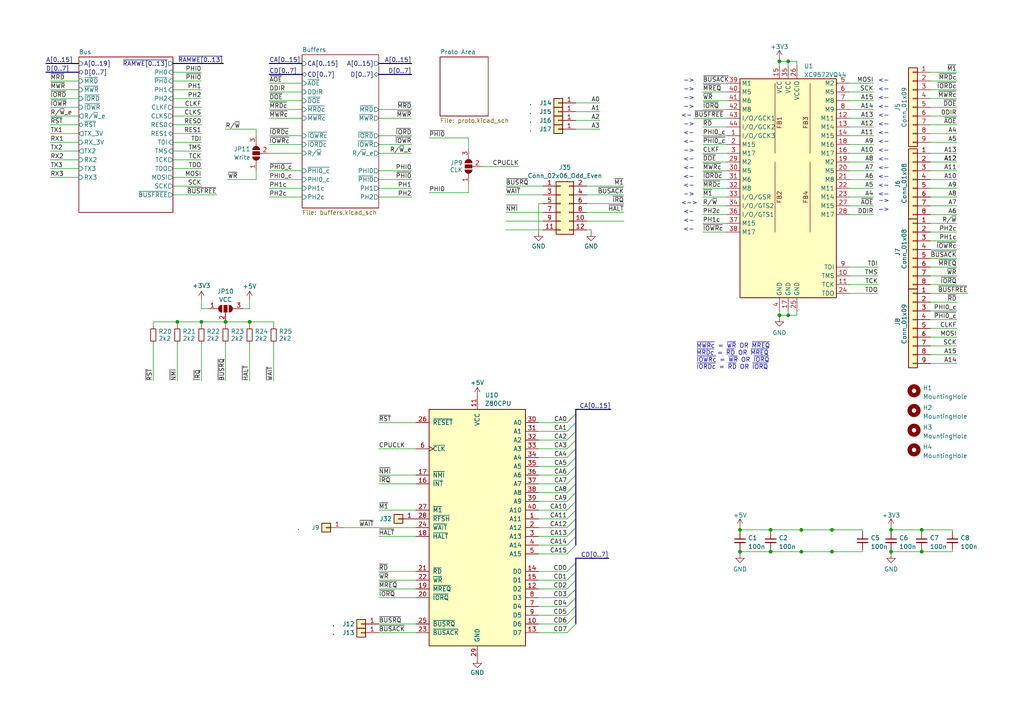
<source format=kicad_sch>
(kicad_sch (version 20230121) (generator eeschema)
  (paper "A4")
  (title_block (title "Unicomp v2 - 6502 6802 Board") (date "2023-06-29") (rev "v2") (company "100% Offner") (comment 1 "v2: Initial"))
  (junction (at 232.41 160.02))
  (junction (at 258.445 153.67))
  (junction (at 72.39 93.345))
  (junction (at 226.06 17.78))
  (junction (at 223.52 153.67))
  (junction (at 241.3 160.02))
  (junction (at 241.3 153.67))
  (junction (at 214.63 153.67))
  (junction (at 65.405 93.345))
  (junction (at 58.42 93.345))
  (junction (at 267.335 153.67))
  (junction (at 223.52 160.02))
  (junction (at 228.6 91.44))
  (junction (at 232.41 153.67))
  (junction (at 214.63 160.02))
  (junction (at 258.445 160.02))
  (junction (at 51.435 93.345))
  (junction (at 226.06 91.44))
  (junction (at 228.6 17.78))
  (junction (at 267.335 160.02))
  (bus_entry (at 167.005 122.555) (size -2.54 2.54))
  (bus_entry (at 167.005 150.495) (size -2.54 2.54))
  (bus_entry (at 167.005 170.815) (size -2.54 2.54))
  (bus_entry (at 167.005 130.175) (size -2.54 2.54))
  (bus_entry (at 167.005 165.735) (size -2.54 2.54))
  (bus_entry (at 167.005 145.415) (size -2.54 2.54))
  (bus_entry (at 167.005 163.195) (size -2.54 2.54))
  (bus_entry (at 167.005 155.575) (size -2.54 2.54))
  (bus_entry (at 167.005 127.635) (size -2.54 2.54))
  (bus_entry (at 167.005 153.035) (size -2.54 2.54))
  (bus_entry (at 167.005 180.975) (size -2.54 2.54))
  (bus_entry (at 167.005 142.875) (size -2.54 2.54))
  (bus_entry (at 167.005 120.015) (size -2.54 2.54))
  (bus_entry (at 167.005 137.795) (size -2.54 2.54))
  (bus_entry (at 167.005 173.355) (size -2.54 2.54))
  (bus_entry (at 167.005 178.435) (size -2.54 2.54))
  (bus_entry (at 167.005 125.095) (size -2.54 2.54))
  (bus_entry (at 167.005 132.715) (size -2.54 2.54))
  (bus_entry (at 167.005 175.895) (size -2.54 2.54))
  (bus_entry (at 167.005 147.955) (size -2.54 2.54))
  (bus_entry (at 167.005 140.335) (size -2.54 2.54))
  (bus_entry (at 167.005 135.255) (size -2.54 2.54))
  (bus_entry (at 167.005 168.275) (size -2.54 2.54))
  (bus_entry (at 167.005 158.115) (size -2.54 2.54))
  (bus (pts (xy 167.005 170.815) (xy 167.005 173.355)))
  (wire (pts (xy 269.875 41.275) (xy 277.495 41.275)))
  (wire (pts (xy 241.3 159.385) (xy 241.3 160.02)))
  (wire (pts (xy 250.19 159.385) (xy 250.19 160.02)))
  (wire (pts (xy 58.42 86.995) (xy 58.42 89.535)))
  (wire (pts (xy 203.835 24.13) (xy 210.82 24.13)))
  (wire (pts (xy 223.52 153.67) (xy 223.52 154.305)))
  (wire (pts (xy 14.605 31.115) (xy 22.86 31.115)))
  (wire (pts (xy 269.875 69.85) (xy 277.495 69.85)))
  (wire (pts (xy 109.855 140.335) (xy 120.65 140.335)))
  (bus (pts (xy 167.005 158.115) (xy 167.005 155.575)))
  (wire (pts (xy 246.38 26.67) (xy 253.365 26.67)))
  (wire (pts (xy 156.21 170.815) (xy 164.465 170.815)))
  (wire (pts (xy 50.165 43.815) (xy 58.42 43.815)))
  (wire (pts (xy 156.21 183.515) (xy 164.465 183.515)))
  (wire (pts (xy 58.42 93.345) (xy 65.405 93.345)))
  (bus (pts (xy 50.165 18.415) (xy 64.77 18.415)))
  (wire (pts (xy 109.855 122.555) (xy 120.65 122.555)))
  (wire (pts (xy 269.875 54.61) (xy 277.495 54.61)))
  (wire (pts (xy 269.875 49.53) (xy 277.495 49.53)))
  (wire (pts (xy 170.18 59.055) (xy 180.975 59.055)))
  (bus (pts (xy 109.855 21.59) (xy 119.38 21.59)))
  (wire (pts (xy 72.39 110.49) (xy 72.39 99.695)))
  (bus (pts (xy 167.005 135.255) (xy 167.005 132.715)))
  (bus (pts (xy 167.005 175.895) (xy 167.005 178.435)))
  (wire (pts (xy 109.855 34.29) (xy 119.38 34.29)))
  (wire (pts (xy 78.105 29.21) (xy 87.63 29.21)))
  (wire (pts (xy 171.45 67.31) (xy 171.45 66.675)))
  (wire (pts (xy 269.875 26.035) (xy 277.495 26.035)))
  (wire (pts (xy 201.295 34.29) (xy 210.82 34.29)))
  (wire (pts (xy 87.63 57.15) (xy 78.105 57.15)))
  (wire (pts (xy 269.875 38.735) (xy 277.495 38.735)))
  (wire (pts (xy 156.21 175.895) (xy 164.465 175.895)))
  (wire (pts (xy 58.42 89.535) (xy 60.325 89.535)))
  (wire (pts (xy 50.165 36.195) (xy 58.42 36.195)))
  (wire (pts (xy 214.63 160.655) (xy 214.63 160.02)))
  (wire (pts (xy 74.295 49.53) (xy 74.295 52.07)))
  (wire (pts (xy 156.21 155.575) (xy 164.465 155.575)))
  (bus (pts (xy 167.005 163.195) (xy 167.005 165.735)))
  (wire (pts (xy 203.835 39.37) (xy 210.82 39.37)))
  (wire (pts (xy 214.63 160.02) (xy 223.52 160.02)))
  (wire (pts (xy 269.875 74.93) (xy 277.495 74.93)))
  (wire (pts (xy 203.835 26.67) (xy 210.82 26.67)))
  (wire (pts (xy 156.21 158.115) (xy 164.465 158.115)))
  (wire (pts (xy 78.105 24.13) (xy 87.63 24.13)))
  (bus (pts (xy 167.005 127.635) (xy 167.005 125.095)))
  (wire (pts (xy 109.855 52.07) (xy 119.38 52.07)))
  (wire (pts (xy 50.165 20.955) (xy 58.42 20.955)))
  (wire (pts (xy 267.335 160.02) (xy 276.225 160.02)))
  (bus (pts (xy 167.005 137.795) (xy 167.005 135.255)))
  (wire (pts (xy 226.06 17.78) (xy 226.06 19.05)))
  (bus (pts (xy 109.855 18.415) (xy 119.38 18.415)))
  (wire (pts (xy 50.165 28.575) (xy 58.42 28.575)))
  (wire (pts (xy 146.685 64.135) (xy 157.48 64.135)))
  (wire (pts (xy 78.105 44.45) (xy 87.63 44.45)))
  (wire (pts (xy 156.21 122.555) (xy 164.465 122.555)))
  (wire (pts (xy 109.855 31.75) (xy 119.38 31.75)))
  (wire (pts (xy 250.19 153.67) (xy 250.19 154.305)))
  (wire (pts (xy 156.21 180.975) (xy 164.465 180.975)))
  (wire (pts (xy 232.41 160.02) (xy 241.3 160.02)))
  (wire (pts (xy 167.005 29.845) (xy 173.99 29.845)))
  (wire (pts (xy 44.45 94.615) (xy 44.45 93.345)))
  (wire (pts (xy 109.855 165.735) (xy 120.65 165.735)))
  (wire (pts (xy 228.6 17.78) (xy 228.6 19.05)))
  (wire (pts (xy 170.18 61.595) (xy 180.975 61.595)))
  (wire (pts (xy 203.835 36.83) (xy 210.82 36.83)))
  (wire (pts (xy 258.445 153.67) (xy 267.335 153.67)))
  (wire (pts (xy 78.105 49.53) (xy 87.63 49.53)))
  (wire (pts (xy 269.875 52.07) (xy 277.495 52.07)))
  (wire (pts (xy 14.605 46.355) (xy 22.86 46.355)))
  (wire (pts (xy 78.105 39.37) (xy 87.63 39.37)))
  (wire (pts (xy 269.875 102.87) (xy 277.495 102.87)))
  (bus (pts (xy 167.005 118.745) (xy 177.165 118.745)))
  (wire (pts (xy 269.875 57.15) (xy 277.495 57.15)))
  (wire (pts (xy 203.835 54.61) (xy 210.82 54.61)))
  (wire (pts (xy 246.38 59.69) (xy 253.365 59.69)))
  (wire (pts (xy 226.06 17.145) (xy 226.06 17.78)))
  (wire (pts (xy 50.165 51.435) (xy 58.42 51.435)))
  (wire (pts (xy 135.89 53.34) (xy 135.89 55.88)))
  (wire (pts (xy 258.445 153.035) (xy 258.445 153.67)))
  (bus (pts (xy 167.005 130.175) (xy 167.005 127.635)))
  (wire (pts (xy 167.005 37.465) (xy 173.99 37.465)))
  (wire (pts (xy 70.485 89.535) (xy 72.39 89.535)))
  (wire (pts (xy 246.38 24.13) (xy 253.365 24.13)))
  (wire (pts (xy 156.21 168.275) (xy 164.465 168.275)))
  (wire (pts (xy 269.875 62.23) (xy 277.495 62.23)))
  (wire (pts (xy 203.835 59.69) (xy 210.82 59.69)))
  (wire (pts (xy 269.875 82.55) (xy 277.495 82.55)))
  (wire (pts (xy 258.445 153.67) (xy 258.445 154.305)))
  (bus (pts (xy 167.005 142.875) (xy 167.005 140.335)))
  (wire (pts (xy 203.835 52.07) (xy 210.82 52.07)))
  (wire (pts (xy 14.605 41.275) (xy 22.86 41.275)))
  (wire (pts (xy 226.06 17.78) (xy 228.6 17.78)))
  (wire (pts (xy 267.335 159.385) (xy 267.335 160.02)))
  (wire (pts (xy 79.375 110.49) (xy 79.375 99.695)))
  (wire (pts (xy 232.41 153.67) (xy 232.41 154.305)))
  (wire (pts (xy 78.105 34.29) (xy 87.63 34.29)))
  (wire (pts (xy 156.21 130.175) (xy 164.465 130.175)))
  (wire (pts (xy 14.605 51.435) (xy 22.86 51.435)))
  (wire (pts (xy 269.875 20.955) (xy 277.495 20.955)))
  (wire (pts (xy 203.835 57.15) (xy 210.82 57.15)))
  (wire (pts (xy 66.04 52.07) (xy 74.295 52.07)))
  (wire (pts (xy 269.875 77.47) (xy 277.495 77.47)))
  (wire (pts (xy 214.63 153.035) (xy 214.63 153.67)))
  (wire (pts (xy 232.41 153.67) (xy 241.3 153.67)))
  (wire (pts (xy 58.42 93.345) (xy 51.435 93.345)))
  (wire (pts (xy 51.435 93.345) (xy 51.435 94.615)))
  (wire (pts (xy 156.21 178.435) (xy 164.465 178.435)))
  (bus (pts (xy 167.005 153.035) (xy 167.005 150.495)))
  (wire (pts (xy 246.38 34.29) (xy 253.365 34.29)))
  (wire (pts (xy 231.14 91.44) (xy 231.14 90.17)))
  (wire (pts (xy 246.38 39.37) (xy 253.365 39.37)))
  (wire (pts (xy 223.52 153.67) (xy 232.41 153.67)))
  (wire (pts (xy 269.875 28.575) (xy 277.495 28.575)))
  (wire (pts (xy 14.605 33.655) (xy 22.86 33.655)))
  (wire (pts (xy 156.21 127.635) (xy 164.465 127.635)))
  (wire (pts (xy 58.42 94.615) (xy 58.42 93.345)))
  (wire (pts (xy 109.855 137.795) (xy 120.65 137.795)))
  (bus (pts (xy 167.005 122.555) (xy 167.005 120.015)))
  (wire (pts (xy 72.39 86.995) (xy 72.39 89.535)))
  (wire (pts (xy 50.165 26.035) (xy 58.42 26.035)))
  (wire (pts (xy 228.6 91.44) (xy 231.14 91.44)))
  (wire (pts (xy 99.695 153.035) (xy 120.65 153.035)))
  (bus (pts (xy 22.86 18.415) (xy 13.335 18.415)))
  (wire (pts (xy 269.875 33.655) (xy 277.495 33.655)))
  (wire (pts (xy 228.6 17.78) (xy 231.14 17.78)))
  (wire (pts (xy 269.875 87.63) (xy 277.495 87.63)))
  (bus (pts (xy 176.53 161.925) (xy 167.005 161.925)))
  (wire (pts (xy 246.38 77.47) (xy 254.635 77.47)))
  (wire (pts (xy 109.855 41.91) (xy 119.38 41.91)))
  (wire (pts (xy 246.38 62.23) (xy 253.365 62.23)))
  (wire (pts (xy 232.41 159.385) (xy 232.41 160.02)))
  (wire (pts (xy 156.21 132.715) (xy 164.465 132.715)))
  (wire (pts (xy 228.6 91.44) (xy 228.6 90.17)))
  (wire (pts (xy 50.165 48.895) (xy 58.42 48.895)))
  (wire (pts (xy 170.18 56.515) (xy 180.975 56.515)))
  (wire (pts (xy 44.45 93.345) (xy 51.435 93.345)))
  (wire (pts (xy 156.21 165.735) (xy 164.465 165.735)))
  (wire (pts (xy 146.685 56.515) (xy 157.48 56.515)))
  (wire (pts (xy 50.165 33.655) (xy 58.42 33.655)))
  (wire (pts (xy 246.38 36.83) (xy 253.365 36.83)))
  (wire (pts (xy 156.21 140.335) (xy 164.465 140.335)))
  (wire (pts (xy 72.39 93.345) (xy 72.39 94.615)))
  (wire (pts (xy 156.21 142.875) (xy 164.465 142.875)))
  (wire (pts (xy 269.875 80.01) (xy 277.495 80.01)))
  (wire (pts (xy 269.875 31.115) (xy 277.495 31.115)))
  (wire (pts (xy 203.835 46.99) (xy 210.82 46.99)))
  (wire (pts (xy 78.105 52.07) (xy 87.63 52.07)))
  (wire (pts (xy 156.21 147.955) (xy 164.465 147.955)))
  (wire (pts (xy 14.605 36.195) (xy 22.86 36.195)))
  (bus (pts (xy 167.005 173.355) (xy 167.005 175.895)))
  (bus (pts (xy 87.63 18.415) (xy 78.105 18.415)))
  (wire (pts (xy 146.685 61.595) (xy 157.48 61.595)))
  (wire (pts (xy 241.3 153.67) (xy 241.3 154.305)))
  (wire (pts (xy 50.165 41.275) (xy 58.42 41.275)))
  (wire (pts (xy 269.875 92.71) (xy 277.495 92.71)))
  (wire (pts (xy 226.06 91.44) (xy 228.6 91.44)))
  (bus (pts (xy 167.005 132.715) (xy 167.005 130.175)))
  (wire (pts (xy 65.405 93.345) (xy 72.39 93.345)))
  (wire (pts (xy 269.875 67.31) (xy 277.495 67.31)))
  (wire (pts (xy 109.855 170.815) (xy 120.65 170.815)))
  (wire (pts (xy 269.875 90.17) (xy 277.495 90.17)))
  (wire (pts (xy 226.06 90.17) (xy 226.06 91.44)))
  (wire (pts (xy 269.875 97.79) (xy 277.495 97.79)))
  (wire (pts (xy 156.21 59.055) (xy 157.48 59.055)))
  (wire (pts (xy 79.375 93.345) (xy 72.39 93.345)))
  (bus (pts (xy 167.005 140.335) (xy 167.005 137.795)))
  (wire (pts (xy 223.52 159.385) (xy 223.52 160.02)))
  (bus (pts (xy 167.005 125.095) (xy 167.005 122.555)))
  (wire (pts (xy 203.835 64.77) (xy 210.82 64.77)))
  (wire (pts (xy 50.165 53.975) (xy 58.42 53.975)))
  (wire (pts (xy 203.835 49.53) (xy 210.82 49.53)))
  (wire (pts (xy 58.42 110.49) (xy 58.42 99.695)))
  (wire (pts (xy 124.46 55.88) (xy 135.89 55.88)))
  (wire (pts (xy 203.835 29.21) (xy 210.82 29.21)))
  (bus (pts (xy 167.005 178.435) (xy 167.005 180.975)))
  (wire (pts (xy 14.605 28.575) (xy 22.86 28.575)))
  (wire (pts (xy 246.38 29.21) (xy 253.365 29.21)))
  (wire (pts (xy 124.46 40.005) (xy 135.89 40.005)))
  (wire (pts (xy 78.105 41.91) (xy 87.63 41.91)))
  (wire (pts (xy 246.38 49.53) (xy 253.365 49.53)))
  (wire (pts (xy 50.165 56.515) (xy 62.865 56.515)))
  (bus (pts (xy 167.005 161.925) (xy 167.005 163.195)))
  (bus (pts (xy 167.005 145.415) (xy 167.005 142.875)))
  (wire (pts (xy 246.38 31.75) (xy 253.365 31.75)))
  (wire (pts (xy 156.21 160.655) (xy 164.465 160.655)))
  (wire (pts (xy 203.835 41.91) (xy 210.82 41.91)))
  (wire (pts (xy 156.21 137.795) (xy 164.465 137.795)))
  (wire (pts (xy 223.52 160.02) (xy 232.41 160.02)))
  (wire (pts (xy 50.165 38.735) (xy 58.42 38.735)))
  (wire (pts (xy 246.38 41.91) (xy 253.365 41.91)))
  (wire (pts (xy 44.45 110.49) (xy 44.45 99.695)))
  (wire (pts (xy 14.605 43.815) (xy 22.86 43.815)))
  (wire (pts (xy 269.875 36.195) (xy 277.495 36.195)))
  (wire (pts (xy 231.14 17.78) (xy 231.14 19.05)))
  (wire (pts (xy 51.435 110.49) (xy 51.435 99.695)))
  (wire (pts (xy 203.835 67.31) (xy 210.82 67.31)))
  (wire (pts (xy 146.685 53.975) (xy 157.48 53.975)))
  (wire (pts (xy 14.605 38.735) (xy 22.86 38.735)))
  (wire (pts (xy 156.21 150.495) (xy 164.465 150.495)))
  (wire (pts (xy 214.63 153.67) (xy 214.63 154.305)))
  (wire (pts (xy 109.855 54.61) (xy 119.38 54.61)))
  (wire (pts (xy 109.855 44.45) (xy 119.38 44.45)))
  (wire (pts (xy 276.225 159.385) (xy 276.225 160.02)))
  (wire (pts (xy 109.855 168.275) (xy 120.65 168.275)))
  (wire (pts (xy 14.605 23.495) (xy 22.86 23.495)))
  (wire (pts (xy 203.835 44.45) (xy 210.82 44.45)))
  (wire (pts (xy 65.405 110.49) (xy 65.405 99.695)))
  (wire (pts (xy 14.605 26.035) (xy 22.86 26.035)))
  (wire (pts (xy 109.855 173.355) (xy 120.65 173.355)))
  (wire (pts (xy 65.405 94.615) (xy 65.405 93.345)))
  (wire (pts (xy 74.295 37.465) (xy 74.295 39.37)))
  (bus (pts (xy 87.63 21.59) (xy 78.105 21.59)))
  (wire (pts (xy 109.855 130.175) (xy 120.65 130.175)))
  (wire (pts (xy 226.06 91.44) (xy 226.06 92.075)))
  (bus (pts (xy 167.005 120.015) (xy 167.005 118.745)))
  (wire (pts (xy 65.405 37.465) (xy 74.295 37.465)))
  (wire (pts (xy 203.835 62.23) (xy 210.82 62.23)))
  (wire (pts (xy 269.875 59.69) (xy 277.495 59.69)))
  (wire (pts (xy 167.005 32.385) (xy 173.99 32.385)))
  (wire (pts (xy 78.105 26.67) (xy 87.63 26.67)))
  (wire (pts (xy 258.445 160.02) (xy 267.335 160.02)))
  (bus (pts (xy 167.005 147.955) (xy 167.005 145.415)))
  (bus (pts (xy 167.005 150.495) (xy 167.005 147.955)))
  (wire (pts (xy 203.835 31.75) (xy 210.82 31.75)))
  (wire (pts (xy 156.21 59.055) (xy 156.21 67.31)))
  (wire (pts (xy 269.875 85.09) (xy 280.67 85.09)))
  (wire (pts (xy 246.38 52.07) (xy 253.365 52.07)))
  (wire (pts (xy 269.875 100.33) (xy 277.495 100.33)))
  (wire (pts (xy 246.38 44.45) (xy 253.365 44.45)))
  (wire (pts (xy 267.335 153.67) (xy 267.335 154.305)))
  (wire (pts (xy 269.875 23.495) (xy 277.495 23.495)))
  (wire (pts (xy 246.38 54.61) (xy 253.365 54.61)))
  (wire (pts (xy 246.38 85.09) (xy 254.635 85.09)))
  (wire (pts (xy 139.7 48.26) (xy 150.495 48.26)))
  (wire (pts (xy 109.855 49.53) (xy 119.38 49.53)))
  (wire (pts (xy 109.855 183.515) (xy 120.65 183.515)))
  (wire (pts (xy 269.875 46.99) (xy 277.495 46.99)))
  (wire (pts (xy 269.875 72.39) (xy 277.495 72.39)))
  (wire (pts (xy 50.165 23.495) (xy 58.42 23.495)))
  (wire (pts (xy 269.875 95.25) (xy 277.495 95.25)))
  (wire (pts (xy 156.21 145.415) (xy 164.465 145.415)))
  (wire (pts (xy 156.21 125.095) (xy 164.465 125.095)))
  (bus (pts (xy 22.86 20.955) (xy 13.335 20.955)))
  (wire (pts (xy 109.855 39.37) (xy 119.38 39.37)))
  (wire (pts (xy 241.3 160.02) (xy 250.19 160.02)))
  (wire (pts (xy 157.48 66.675) (xy 146.685 66.675)))
  (wire (pts (xy 246.38 46.99) (xy 253.365 46.99)))
  (wire (pts (xy 269.875 64.77) (xy 277.495 64.77)))
  (wire (pts (xy 167.005 34.925) (xy 173.99 34.925)))
  (wire (pts (xy 87.63 54.61) (xy 78.105 54.61)))
  (wire (pts (xy 50.165 46.355) (xy 58.42 46.355)))
  (wire (pts (xy 170.18 64.135) (xy 180.975 64.135)))
  (wire (pts (xy 50.165 31.115) (xy 58.42 31.115)))
  (wire (pts (xy 109.855 180.975) (xy 120.65 180.975)))
  (wire (pts (xy 180.975 53.975) (xy 170.18 53.975)))
  (wire (pts (xy 171.45 66.675) (xy 170.18 66.675)))
  (wire (pts (xy 214.63 160.02) (xy 214.63 159.385)))
  (wire (pts (xy 258.445 159.385) (xy 258.445 160.02)))
  (wire (pts (xy 258.445 160.02) (xy 258.445 160.655)))
  (wire (pts (xy 135.89 43.18) (xy 135.89 40.005)))
  (wire (pts (xy 276.225 153.67) (xy 276.225 154.305)))
  (wire (pts (xy 214.63 153.67) (xy 223.52 153.67)))
  (wire (pts (xy 267.335 153.67) (xy 276.225 153.67)))
  (bus (pts (xy 167.005 165.735) (xy 167.005 168.275)))
  (bus (pts (xy 167.005 155.575) (xy 167.005 153.035)))
  (wire (pts (xy 246.38 80.01) (xy 254.635 80.01)))
  (wire (pts (xy 246.38 82.55) (xy 254.635 82.55)))
  (wire (pts (xy 14.605 48.895) (xy 22.86 48.895)))
  (wire (pts (xy 269.875 105.41) (xy 277.495 105.41)))
  (wire (pts (xy 109.855 155.575) (xy 120.65 155.575)))
  (wire (pts (xy 269.875 44.45) (xy 277.495 44.45)))
  (wire (pts (xy 156.21 173.355) (xy 164.465 173.355)))
  (wire (pts (xy 241.3 153.67) (xy 250.19 153.67)))
  (wire (pts (xy 246.38 57.15) (xy 253.365 57.15)))
  (wire (pts (xy 156.21 135.255) (xy 164.465 135.255)))
  (wire (pts (xy 109.855 57.15) (xy 119.38 57.15)))
  (wire (pts (xy 79.375 94.615) (xy 79.375 93.345)))
  (wire (pts (xy 78.105 31.75) (xy 87.63 31.75)))
  (bus (pts (xy 167.005 168.275) (xy 167.005 170.815)))
  (wire (pts (xy 156.21 153.035) (xy 164.465 153.035)))
  (wire (pts (xy 109.855 147.955) (xy 120.65 147.955)))
  (text "<-" (at 198.12 46.99 0) (effects (font (size 1.27 1.27)) (justify left bottom)))
  (text "<-" (at 198.12 49.53 0) (effects (font (size 1.27 1.27)) (justify left bottom)))
  (text "->" (at 198.12 29.21 0) (effects (font (size 1.27 1.27)) (justify left bottom)))
  (text "<-" (at 254.635 24.13 0) (effects (font (size 1.27 1.27)) (justify left bottom)))
  (text "<-" (at 254.635 39.37 0) (effects (font (size 1.27 1.27)) (justify left bottom)))
  (text "<-" (at 254.635 54.61 0) (effects (font (size 1.27 1.27)) (justify left bottom)))
  (text "<-" (at 254.635 46.99 0) (effects (font (size 1.27 1.27)) (justify left bottom)))
  (text "<-" (at 254.635 31.75 0) (effects (font (size 1.27 1.27)) (justify left bottom)))
  (text "->" (at 254.635 59.055 0) (effects (font (size 1.27 1.27)) (justify left bottom)))
  (text "->" (at 198.12 44.45 0) (effects (font (size 1.27 1.27)) (justify left bottom)))
  (text "->" (at 254.635 61.595 0) (effects (font (size 1.27 1.27)) (justify left bottom)))
  (text "->" (at 198.12 31.75 0) (effects (font (size 1.27 1.27)) (justify left bottom)))
  (text "->" (at 198.12 36.83 0) (effects (font (size 1.27 1.27)) (justify left bottom)))
  (text "<-" (at 254.635 29.21 0) (effects (font (size 1.27 1.27)) (justify left bottom)))
  (text "<-" (at 198.12 54.61 0) (effects (font (size 1.27 1.27)) (justify left bottom)))
  (text "<-" (at 254.635 52.07 0) (effects (font (size 1.27 1.27)) (justify left bottom)))
  (text "<-" (at 198.12 64.77 0) (effects (font (size 1.27 1.27)) (justify left bottom)))
  (text "<-" (at 254.635 41.91 0) (effects (font (size 1.27 1.27)) (justify left bottom)))
  (text "<-" (at 198.12 41.91 0) (effects (font (size 1.27 1.27)) (justify left bottom)))
  (text "<->\n" (at 197.485 59.69 0) (effects (font (size 1.27 1.27)) (justify left bottom)))
  (text "->" (at 198.12 57.15 0) (effects (font (size 1.27 1.27)) (justify left bottom)))
  (text "<-" (at 198.12 39.37 0) (effects (font (size 1.27 1.27)) (justify left bottom)))
  (text "<-" (at 198.12 62.23 0) (effects (font (size 1.27 1.27)) (justify left bottom)))
  (text "<-" (at 254.635 36.83 0) (effects (font (size 1.27 1.27)) (justify left bottom)))
  (text "<-" (at 254.635 34.29 0) (effects (font (size 1.27 1.27)) (justify left bottom)))
  (text "<-" (at 254.635 57.15 0) (effects (font (size 1.27 1.27)) (justify left bottom)))
  (text "<-" (at 197.485 34.29 0) (effects (font (size 1.27 1.27)) (justify left bottom)))
  (text "<-" (at 254.635 44.45 0) (effects (font (size 1.27 1.27)) (justify left bottom)))
  (text "->" (at 198.12 24.13 0) (effects (font (size 1.27 1.27)) (justify left bottom)))
  (text "<-" (at 198.12 67.31 0) (effects (font (size 1.27 1.27)) (justify left bottom)))
  (text "<-" (at 254.635 49.53 0) (effects (font (size 1.27 1.27)) (justify left bottom)))
  (text "~{MWRc} = ~{WR} OR ~{MREQ}\n~{MRDc} = ~{RD} OR ~{MREQ}\n~{IOWRc} = ~{WR} OR ~{IORQ}\n~{IORDc} = ~{RD} OR ~{IORQ}" (at 201.93 107.315 0) (effects (font (size 1.27 1.27)) (justify left bottom)))
  (text "<-" (at 254.635 26.67 0) (effects (font (size 1.27 1.27)) (justify left bottom)))
  (text "->" (at 198.12 26.67 0) (effects (font (size 1.27 1.27)) (justify left bottom)))
  (text "<-" (at 198.12 52.07 0) (effects (font (size 1.27 1.27)) (justify left bottom)))
  (label "~{BUSRQ}" (at 146.685 53.975 0))
  (label "CD3" (at 164.465 173.355 180))
  (label "CA7" (at 164.465 140.335 180))
  (label "~{IOWR}" (at 14.605 31.115 0))
  (label "~{PHI0}" (at 119.38 52.07 180))
  (label "~{WR}" (at 109.855 168.275 0))
  (label "A9" (at 253.365 41.91 180))
  (label "A5" (at 253.365 54.61 180))
  (label "A14" (at 277.495 105.41 180))
  (label "CPUCLK" (at 150.495 48.26 180))
  (label "~{DOE}" (at 203.835 46.99 0))
  (label "~{IOWRc}" (at 277.495 72.39 180))
  (label "CA14" (at 164.465 158.115 180))
  (label "~{IORQ}" (at 109.855 173.355 0))
  (label "CA11" (at 164.465 150.495 180))
  (label "~{IOWRc}" (at 203.835 67.31 0))
  (label "~{M1}" (at 277.495 20.955 180))
  (label "PH1c" (at 277.495 69.85 180))
  (label "~{BUSACK}" (at 203.835 24.13 0))
  (label "PH2" (at 58.42 28.575 180))
  (label "PHI0_c" (at 277.495 90.17 180))
  (label "DDIR" (at 253.365 62.23 180))
  (label "TCK" (at 254.635 82.55 180))
  (label "~{M1}" (at 109.855 147.955 0))
  (label "A11" (at 253.365 39.37 180))
  (label "PH1c" (at 203.835 64.77 0))
  (label "~{MWRc}" (at 78.105 34.29 0))
  (label "~{WAIT}" (at 79.375 110.49 90))
  (label "~{MWR}" (at 119.38 34.29 180))
  (label "~{IOWR}" (at 119.38 41.91 180))
  (label "CPUCLK" (at 109.855 130.175 0))
  (label "~{DOE}" (at 277.495 31.115 180))
  (label "~{PHI0_c}" (at 277.495 92.71 180))
  (label "~{WR}" (at 277.495 80.01 180))
  (label "~{MREQ}" (at 203.835 26.67 0))
  (label "TX2" (at 14.605 43.815 0))
  (label "A10" (at 253.365 44.45 180))
  (label "~{BUSACK}" (at 277.495 74.93 180))
  (label "CA5" (at 164.465 135.255 180))
  (label "TX3" (at 14.605 48.895 0))
  (label "~{IORQ}" (at 277.495 82.55 180))
  (label "CLKS" (at 58.42 33.655 180))
  (label "A13" (at 253.365 34.29 180))
  (label "PH2c" (at 78.105 57.15 0))
  (label "~{BUSRQ}" (at 65.405 110.49 90))
  (label "SCK" (at 277.495 100.33 180))
  (label "~{RD}" (at 277.495 87.63 180))
  (label "SCK" (at 58.42 53.975 180))
  (label "~{RST}" (at 44.45 110.49 90))
  (label "TDO" (at 254.635 85.09 180))
  (label "~{MRDc}" (at 78.105 31.75 0))
  (label "CA3" (at 164.465 130.175 180))
  (label "PHI0_c" (at 78.105 52.07 0))
  (label "A5" (at 277.495 41.275 180))
  (label "PHI0" (at 124.46 55.88 0))
  (label "~{MREQ}" (at 109.855 170.815 0))
  (label "~{IRQ}" (at 58.42 110.49 90))
  (label "A12" (at 253.365 36.83 180))
  (label "R{slash}~{W}_e" (at 119.38 44.45 180))
  (label "CA10" (at 164.465 147.955 180))
  (label "CD6" (at 164.465 180.975 180))
  (label "A10" (at 277.495 52.07 180))
  (label "A15" (at 253.365 29.21 180))
  (label "DDIR" (at 78.105 26.67 0))
  (label "~{BUSFREE}" (at 280.67 85.09 180))
  (label "TDI" (at 58.42 41.275 180))
  (label "~{IRQ}" (at 109.855 140.335 0))
  (label "~{RST}" (at 14.605 36.195 0))
  (label "CA4" (at 164.465 132.715 180))
  (label "R{slash}~{W}_e" (at 14.605 33.655 0))
  (label "CLKF" (at 58.42 31.115 180))
  (label "CA15" (at 164.465 160.655 180))
  (label "~{RD}" (at 109.855 165.735 0))
  (label "~{BUSFREE}" (at 62.865 56.515 180))
  (label "CA[0..15]" (at 177.165 118.745 180))
  (label "~{M1}" (at 180.975 53.975 180))
  (label "~{BUSFREE}" (at 201.295 34.29 0))
  (label "SCK" (at 253.365 26.67 180))
  (label "~{IORD}" (at 14.605 28.575 0))
  (label "CA9" (at 164.465 145.415 180))
  (label "A9" (at 277.495 54.61 180))
  (label "~{RAMWE[0..13]}" (at 64.77 18.415 180))
  (label "~{MRD}" (at 119.38 31.75 180))
  (label "~{NMI}" (at 146.685 61.595 0))
  (label "A15" (at 277.495 102.87 180))
  (label "A3" (at 173.99 37.465 180))
  (label "RX3" (at 14.605 51.435 0))
  (label "CD4" (at 164.465 175.895 180))
  (label "RES1" (at 58.42 38.735 180))
  (label "PH2c" (at 277.495 67.31 180))
  (label "CA2" (at 164.465 127.635 180))
  (label "~{WR}" (at 66.04 52.07 0))
  (label "CLKF" (at 203.835 44.45 0))
  (label "TDO" (at 58.42 48.895 180))
  (label "MOSI" (at 58.42 51.435 180))
  (label "~{BUSACK}" (at 109.855 183.515 0))
  (label "PHI0_c" (at 203.835 39.37 0))
  (label "~{IORDc}" (at 78.105 39.37 0))
  (label "CA[0..15]" (at 78.105 18.415 0))
  (label "~{MRDc}" (at 277.495 23.495 180))
  (label "RES0" (at 58.42 36.195 180))
  (label "CA1" (at 164.465 125.095 180))
  (label "CD5" (at 164.465 178.435 180))
  (label "~{WAIT}" (at 146.685 56.515 0))
  (label "PHI0" (at 119.38 49.53 180))
  (label "CD7" (at 164.465 183.515 180))
  (label "~{DOE}" (at 78.105 29.21 0))
  (label "CD[0..7]" (at 78.105 21.59 0))
  (label "PHI0" (at 58.42 20.955 180))
  (label "TMS" (at 58.42 43.815 180))
  (label "MOSI" (at 277.495 97.79 180))
  (label "CA0" (at 164.465 122.555 180))
  (label "D[0..7]" (at 13.335 20.955 0))
  (label "CA8" (at 164.465 142.875 180))
  (label "RX1" (at 14.605 41.275 0))
  (label "A13" (at 277.495 44.45 180))
  (label "PH1" (at 119.38 54.61 180))
  (label "A14" (at 253.365 31.75 180))
  (label "~{MWR}" (at 14.605 26.035 0))
  (label "~{MREQ}" (at 277.495 77.47 180))
  (label "RX2" (at 14.605 46.355 0))
  (label "TDI" (at 254.635 77.47 180))
  (label "CD1" (at 164.465 168.275 180))
  (label "~{BUSRQ}" (at 109.855 180.975 0))
  (label "R{slash}~{W}" (at 277.495 64.77 180))
  (label "DDIR" (at 277.495 33.655 180))
  (label "~{IORD}" (at 119.38 39.37 180))
  (label "CD[0..7]" (at 176.53 161.925 180))
  (label "~{HALT}" (at 180.975 61.595 180))
  (label "TX1" (at 14.605 38.735 0))
  (label "CLKF" (at 277.495 95.25 180))
  (label "A8" (at 253.365 46.99 180))
  (label "A12" (at 277.495 46.99 180))
  (label "~{MRDc}" (at 203.835 54.61 0))
  (label "~{M1}" (at 203.835 57.15 0))
  (label "A8" (at 277.495 57.15 180))
  (label "~{RD}" (at 203.835 36.83 0))
  (label "~{NMI}" (at 51.435 110.49 90))
  (label "~{HALT}" (at 109.855 155.575 0))
  (label "~{BUSACK}" (at 180.975 56.515 180))
  (label "A6" (at 253.365 52.07 180))
  (label "~{NMI}" (at 109.855 137.795 0))
  (label "~{IORQ}" (at 203.835 31.75 0))
  (label "A6" (at 277.495 62.23 180))
  (label "PH1c" (at 78.105 54.61 0))
  (label "R{slash}~{W}" (at 203.835 59.69 0))
  (label "PH2" (at 119.38 57.15 180))
  (label "TMS" (at 254.635 80.01 180))
  (label "~{PHI0_c}" (at 203.835 41.91 0))
  (label "A1" (at 173.99 32.385 180))
  (label "CA12" (at 164.465 153.035 180))
  (label "A[0..15]" (at 13.335 18.415 0))
  (label "CA6" (at 164.465 137.795 180))
  (label "A12" (at 277.495 46.99 180))
  (label "~{AOE}" (at 253.365 59.69 180))
  (label "~{PHI0_c}" (at 78.105 49.53 0))
  (label "~{PHI0}" (at 124.46 40.005 0))
  (label "~{MRD}" (at 14.605 23.495 0))
  (label "~{MWRc}" (at 277.495 28.575 180))
  (label "A2" (at 173.99 34.925 180))
  (label "~{WR}" (at 203.835 29.21 0))
  (label "~{AOE}" (at 277.495 36.195 180))
  (label "~{IORDc}" (at 203.835 52.07 0))
  (label "A4" (at 253.365 57.15 180))
  (label "A4" (at 277.495 38.735 180))
  (label "A11" (at 277.495 49.53 180))
  (label "R{slash}~{W}" (at 65.405 37.465 0))
  (label "~{AOE}" (at 78.105 24.13 0))
  (label "~{WAIT}" (at 104.14 153.035 0))
  (label "~{MWRc}" (at 203.835 49.53 0))
  (label "A7" (at 277.495 59.69 180))
  (label "CA13" (at 164.465 155.575 180))
  (label "CD0" (at 164.465 165.735 180))
  (label "CD2" (at 164.465 170.815 180))
  (label "MOSI" (at 253.365 24.13 180))
  (label "PH2c" (at 203.835 62.23 0))
  (label "A0" (at 173.99 29.845 180))
  (label "D[0..7]" (at 119.38 21.59 180))
  (label "~{IOWRc}" (at 78.105 41.91 0))
  (label "A7" (at 253.365 49.53 180))
  (label "~{IRQ}" (at 180.975 59.055 180))
  (label "~{HALT}" (at 72.39 110.49 90))
  (label "TCK" (at 58.42 46.355 180))
  (label "A[0..15]" (at 119.38 18.415 180))
  (label "~{RST}" (at 109.855 122.555 0))
  (label "PH1" (at 58.42 26.035 180))
  (label "~{IORDc}" (at 277.495 26.035 180))
  (label "~{PHI0}" (at 58.42 23.495 180))
  (symbol (lib_id "Device:C_Small") (at 223.52 156.845 0) (unit 1)
    (property "Reference" "C2" (at 225.8441 156.0166 0) (effects (justify left)))
    (property "Value" "100n" (at 225.8441 158.5535 0) (effects (justify left)))
    (property "Footprint" "Capacitor_SMD:C_1206_3216Metric" (effects hide))
  )
  (symbol (lib_id "Device:R_Small") (at 44.45 97.155 0) (unit 1)
    (property "Reference" "R20" (at 45.9486 96.131 0) (effects (justify left)))
    (property "Value" "2k2" (at 45.9486 98.179 0) (effects (justify left)))
    (property "Footprint" "Resistor_SMD:R_1206_3216Metric_Pad1.30x1.75mm_HandSolder" (effects hide))
  )
  (symbol (lib_id "Device:R_Small") (at 58.42 97.155 0) (unit 1)
    (property "Reference" "R22" (at 59.9186 96.131 0) (effects (justify left)))
    (property "Value" "2k2" (at 59.9186 98.179 0) (effects (justify left)))
    (property "Footprint" "Resistor_SMD:R_1206_3216Metric_Pad1.30x1.75mm_HandSolder" (effects hide))
  )
  (symbol (lib_id "Mechanical:MountingHole") (at 265.1125 113.3475 0) (unit 1)
    (property "Reference" "H1" (at 267.6525 112.5128 0) (effects (justify left)))
    (property "Value" "MountingHole" (at 267.6525 115.0497 0) (effects (justify left)))
    (property "Footprint" "MountingHole:MountingHole_3.2mm_M3" (effects hide))
  )
  (symbol (lib_id "Device:C_Small") (at 276.225 156.845 0) (unit 1)
    (property "Reference" "C8" (at 278.5491 156.0166 0) (effects (justify left)))
    (property "Value" "100n" (at 278.5491 158.5535 0) (effects (justify left)))
    (property "Footprint" "Capacitor_SMD:C_1206_3216Metric" (effects hide))
  )
  (symbol (lib_id "Device:R_Small") (at 79.375 97.155 0) (unit 1)
    (property "Reference" "R25" (at 80.8736 96.131 0) (effects (justify left)))
    (property "Value" "2k2" (at 80.8736 98.179 0) (effects (justify left)))
    (property "Footprint" "Resistor_SMD:R_1206_3216Metric_Pad1.30x1.75mm_HandSolder" (effects hide))
  )
  (symbol (lib_id "Connector_Generic:Conn_01x01") (at 161.925 34.925 0) (mirror y) (unit 1)
    (property "Reference" "J16" (at 160.02 34.925 0) (effects (justify left)))
    (property "Value" "." (at 154.305 34.925 0) (effects (justify left)))
    (property "Footprint" "Connector_PinHeader_2.00mm:PinHeader_1x01_P2.00mm_Vertical" (effects hide))
  )
  (symbol (lib_id "Connector_Generic:Conn_01x01") (at 161.925 29.845 0) (mirror y) (unit 1)
    (property "Reference" "J14" (at 160.02 29.845 0) (effects (justify left)))
    (property "Value" "." (at 154.305 29.845 0) (effects (justify left)))
    (property "Footprint" "Connector_PinHeader_2.00mm:PinHeader_1x01_P2.00mm_Vertical" (effects hide))
  )
  (symbol (lib_id "CPU:Z80CPU") (at 138.43 153.035 0) (unit 1)
    (property "Reference" "U10" (at 140.6241 114.6007 0) (effects (justify left)))
    (property "Value" "Z80CPU" (at 140.6241 117.0249 0) (effects (justify left)))
    (property "Footprint" "Package_DIP:DIP-40_W15.24mm_Socket_LongPads" (effects hide))
    (property "Datasheet" "www.zilog.com/manage_directlink.php?filepath=docs/z80/um0080" (effects hide))
  )
  (symbol (lib_id "Connector_Generic:Conn_01x01") (at 115.57 150.495 0) (mirror y) (unit 1)
    (property "Reference" "J32" (at 113.665 150.495 0) (effects (justify left)))
    (property "Value" "." (at 107.95 150.495 0) (effects (justify left)))
    (property "Footprint" "Connector_PinHeader_2.00mm:PinHeader_1x01_P2.00mm_Vertical" (effects hide))
  )
  (symbol (lib_id "Connector_Generic:Conn_01x09") (at 264.795 31.115 0) (mirror y) (unit 1)
    (property "Reference" "J5" (at 260.35 31.115 90))
    (property "Value" "Conn_01x09" (at 262.2519 31.115 90))
    (property "Footprint" "Connector_PinHeader_2.54mm:PinHeader_1x09_P2.54mm_Vertical" (effects hide))
  )
  (symbol (lib_id "Jumper:SolderJumper_3_Open") (at 65.405 89.535 0) (unit 1)
    (property "Reference" "JP10" (at 65.405 84.5017 0))
    (property "Value" "VCC" (at 65.405 86.9259 0))
    (property "Footprint" "Jumper:SolderJumper-3_P1.3mm_Open_RoundedPad1.0x1.5mm_NumberLabels" (effects hide))
  )
  (symbol (lib_id "Device:C_Small") (at 267.335 156.845 0) (unit 1)
    (property "Reference" "C7" (at 269.6591 156.0166 0) (effects (justify left)))
    (property "Value" "100n" (at 269.6591 158.5535 0) (effects (justify left)))
    (property "Footprint" "Capacitor_SMD:C_1206_3216Metric" (effects hide))
  )
  (symbol (lib_id "power:GND") (at 214.63 160.655 0) (unit 1)
    (property "Reference" "#PWR05" (effects hide))
    (property "Value" "GND" (at 214.63 165.0984 0))
  )
  (symbol (lib_id "Mechanical:MountingHole") (at 265.1125 124.7775 0) (unit 1)
    (property "Reference" "H3" (at 267.6525 123.9428 0) (effects (justify left)))
    (property "Value" "MountingHole" (at 267.6525 126.4797 0) (effects (justify left)))
    (property "Footprint" "MountingHole:MountingHole_3.2mm_M3" (effects hide))
  )
  (symbol (lib_id "power:+3V3") (at 226.06 17.145 0) (unit 1)
    (property "Reference" "#PWR01" (effects hide))
    (property "Value" "+3V3" (at 226.06 13.5692 0))
  )
  (symbol (lib_name "+5V_1") (lib_id "power:+5V") (at 138.43 114.935 0) (unit 1)
    (property "Reference" "#PWR051" (effects hide))
    (property "Value" "+5V" (at 138.43 110.99 0))
  )
  (symbol (lib_id "Jumper:SolderJumper_3_Open") (at 74.295 44.45 90) (unit 1)
    (property "Reference" "JP11" (at 72.6441 43.2379 90) (effects (justify left)))
    (property "Value" "Write" (at 72.6441 45.6621 90) (effects (justify left)))
    (property "Footprint" "Jumper:SolderJumper-3_P1.3mm_Open_RoundedPad1.0x1.5mm_NumberLabels" (effects hide))
  )
  (symbol (lib_id "Device:R_Small") (at 51.435 97.155 0) (unit 1)
    (property "Reference" "R21" (at 52.9336 96.131 0) (effects (justify left)))
    (property "Value" "2k2" (at 52.9336 98.179 0) (effects (justify left)))
    (property "Footprint" "Resistor_SMD:R_1206_3216Metric_Pad1.30x1.75mm_HandSolder" (effects hide))
  )
  (symbol (lib_id "Mechanical:MountingHole") (at 265.1125 119.0625 0) (unit 1)
    (property "Reference" "H2" (at 267.6525 118.2278 0) (effects (justify left)))
    (property "Value" "MountingHole" (at 267.6525 120.7647 0) (effects (justify left)))
    (property "Footprint" "MountingHole:MountingHole_3.2mm_M3" (effects hide))
  )
  (symbol (lib_name "GND_2") (lib_id "power:GND") (at 156.21 67.31 0) (unit 1)
    (property "Reference" "#PWR018" (effects hide))
    (property "Value" "GND" (at 156.21 71.4431 0))
  )
  (symbol (lib_name "+3V3_1") (lib_id "power:+3V3") (at 58.42 86.995 0) (unit 1)
    (property "Reference" "#PWR044" (effects hide))
    (property "Value" "+3V3" (at 58.42 82.8619 0))
  )
  (symbol (lib_name "GND_2") (lib_id "power:GND") (at 171.45 67.31 0) (unit 1)
    (property "Reference" "#PWR043" (effects hide))
    (property "Value" "GND" (at 171.45 71.4431 0))
  )
  (symbol (lib_id "Connector_Generic:Conn_01x08") (at 264.795 72.39 0) (mirror y) (unit 1)
    (property "Reference" "J7" (at 260.35 74.295 90) (effects (justify left)))
    (property "Value" "Conn_01x08" (at 262.2519 78.105 90) (effects (justify left)))
    (property "Footprint" "Connector_PinHeader_2.54mm:PinHeader_1x08_P2.54mm_Vertical" (effects hide))
  )
  (symbol (lib_id "Connector_Generic:Conn_01x01") (at 161.925 37.465 0) (mirror y) (unit 1)
    (property "Reference" "J17" (at 160.02 37.465 0) (effects (justify left)))
    (property "Value" "." (at 154.305 37.465 0) (effects (justify left)))
    (property "Footprint" "Connector_PinHeader_2.00mm:PinHeader_1x01_P2.00mm_Vertical" (effects hide))
  )
  (symbol (lib_id "Mechanical:MountingHole") (at 265.1125 130.4925 0) (unit 1)
    (property "Reference" "H4" (at 267.6525 129.6578 0) (effects (justify left)))
    (property "Value" "MountingHole" (at 267.6525 132.1947 0) (effects (justify left)))
    (property "Footprint" "MountingHole:MountingHole_3.2mm_M3" (effects hide))
  )
  (symbol (lib_id "Connector_Generic:Conn_01x01") (at 94.615 153.035 0) (mirror y) (unit 1)
    (property "Reference" "J9" (at 92.71 153.035 0) (effects (justify left)))
    (property "Value" "." (at 86.995 153.035 0) (effects (justify left)))
    (property "Footprint" "Connector_PinHeader_2.00mm:PinHeader_1x01_P2.00mm_Vertical" (effects hide))
  )
  (symbol (lib_id "my_ics_new:XC9572VQ44") (at 228.6 52.07 0) (unit 1)
    (property "Reference" "U1" (at 233.1594 19.1602 0) (effects (justify left)))
    (property "Value" "XC9572VQ44" (at 233.1594 21.6971 0) (effects (justify left)))
    (property "Footprint" "Package_QFP:TQFP-44_10x10mm_P0.8mm" (effects hide))
  )
  (symbol (lib_id "power:GND") (at 258.445 160.655 0) (unit 1)
    (property "Reference" "#PWR06" (effects hide))
    (property "Value" "GND" (at 258.445 165.0984 0))
  )
  (symbol (lib_id "power:+3V3") (at 258.445 153.035 0) (unit 1)
    (property "Reference" "#PWR04" (effects hide))
    (property "Value" "+3V3" (at 258.445 149.4592 0))
  )
  (symbol (lib_id "Device:C_Small") (at 250.19 156.845 0) (unit 1)
    (property "Reference" "C5" (at 252.5141 156.0166 0) (effects (justify left)))
    (property "Value" "100n" (at 252.5141 158.5535 0) (effects (justify left)))
    (property "Footprint" "Capacitor_SMD:C_1206_3216Metric" (effects hide))
  )
  (symbol (lib_id "Device:C_Small") (at 214.63 156.845 0) (unit 1)
    (property "Reference" "C1" (at 216.9541 156.0166 0) (effects (justify left)))
    (property "Value" "100n" (at 216.9541 158.5535 0) (effects (justify left)))
    (property "Footprint" "Capacitor_SMD:C_1206_3216Metric" (effects hide))
  )
  (symbol (lib_id "Device:R_Small") (at 65.405 97.155 0) (unit 1)
    (property "Reference" "R23" (at 66.9036 96.131 0) (effects (justify left)))
    (property "Value" "2k2" (at 66.9036 98.179 0) (effects (justify left)))
    (property "Footprint" "Resistor_SMD:R_1206_3216Metric_Pad1.30x1.75mm_HandSolder" (effects hide))
  )
  (symbol (lib_id "Connector_Generic:Conn_01x01") (at 104.775 183.515 0) (mirror y) (unit 1)
    (property "Reference" "J13" (at 102.87 183.515 0) (effects (justify left)))
    (property "Value" "." (at 97.155 183.515 0) (effects (justify left)))
    (property "Footprint" "Connector_PinHeader_2.00mm:PinHeader_1x01_P2.00mm_Vertical" (effects hide))
  )
  (symbol (lib_id "Connector_Generic:Conn_02x06_Odd_Even") (at 162.56 59.055 0) (unit 1)
    (property "Reference" "J35" (at 163.83 48.5607 0))
    (property "Value" "Conn_02x06_Odd_Even" (at 163.83 50.9849 0))
    (property "Footprint" "Connector_PinHeader_2.54mm:PinHeader_2x06_P2.54mm_Horizontal" (effects hide))
  )
  (symbol (lib_id "Connector_Generic:Conn_01x01") (at 104.775 180.975 0) (mirror y) (unit 1)
    (property "Reference" "J12" (at 102.87 180.975 0) (effects (justify left)))
    (property "Value" "." (at 97.155 180.975 0) (effects (justify left)))
    (property "Footprint" "Connector_PinHeader_2.00mm:PinHeader_1x01_P2.00mm_Vertical" (effects hide))
  )
  (symbol (lib_id "Device:R_Small") (at 72.39 97.155 0) (unit 1)
    (property "Reference" "R24" (at 73.8886 96.131 0) (effects (justify left)))
    (property "Value" "2k2" (at 73.8886 98.179 0) (effects (justify left)))
    (property "Footprint" "Resistor_SMD:R_1206_3216Metric_Pad1.30x1.75mm_HandSolder" (effects hide))
  )
  (symbol (lib_name "GND_1") (lib_id "power:GND") (at 138.43 191.135 0) (unit 1)
    (property "Reference" "#PWR052" (effects hide))
    (property "Value" "GND" (at 138.43 195.08 0))
  )
  (symbol (lib_id "Device:C_Small") (at 258.445 156.845 0) (unit 1)
    (property "Reference" "C6" (at 260.7691 156.0166 0) (effects (justify left)))
    (property "Value" "100n" (at 260.7691 158.5535 0) (effects (justify left)))
    (property "Footprint" "Capacitor_SMD:C_1206_3216Metric" (effects hide))
  )
  (symbol (lib_id "power:+5V") (at 214.63 153.035 0) (unit 1)
    (property "Reference" "#PWR03" (effects hide))
    (property "Value" "+5V" (at 214.63 149.4592 0))
  )
  (symbol (lib_id "Connector_Generic:Conn_01x01") (at 161.925 32.385 0) (mirror y) (unit 1)
    (property "Reference" "J15" (at 160.02 32.385 0) (effects (justify left)))
    (property "Value" "." (at 154.305 32.385 0) (effects (justify left)))
    (property "Footprint" "Connector_PinHeader_2.00mm:PinHeader_1x01_P2.00mm_Vertical" (effects hide))
  )
  (symbol (lib_name "+5V_1") (lib_id "power:+5V") (at 72.39 86.995 0) (unit 1)
    (property "Reference" "#PWR010" (effects hide))
    (property "Value" "+5V" (at 72.39 83.05 0))
  )
  (symbol (lib_id "Jumper:SolderJumper_3_Open") (at 135.89 48.26 90) (unit 1)
    (property "Reference" "JP9" (at 134.2391 47.236 90) (effects (justify left)))
    (property "Value" "CLK" (at 134.2391 49.284 90) (effects (justify left)))
    (property "Footprint" "Jumper:SolderJumper-3_P1.3mm_Open_RoundedPad1.0x1.5mm_NumberLabels" (effects hide))
  )
  (symbol (lib_id "power:GND") (at 226.06 92.075 0) (unit 1)
    (property "Reference" "#PWR02" (effects hide))
    (property "Value" "GND" (at 226.06 96.5184 0))
  )
  (symbol (lib_id "Connector_Generic:Conn_01x09") (at 264.795 95.25 0) (mirror y) (unit 1)
    (property "Reference" "J8" (at 260.35 93.345 90))
    (property "Value" "Conn_01x09" (at 262.255 93.98 90))
    (property "Footprint" "Connector_PinHeader_2.54mm:PinHeader_1x09_P2.54mm_Vertical" (effects hide))
  )
  (symbol (lib_id "Connector_Generic:Conn_01x08") (at 264.795 52.07 0) (mirror y) (unit 1)
    (property "Reference" "J6" (at 260.35 54.61 90) (effects (justify left)))
    (property "Value" "Conn_01x08" (at 262.255 59.055 90) (effects (justify left)))
    (property "Footprint" "Connector_PinHeader_2.54mm:PinHeader_1x08_P2.54mm_Vertical" (effects hide))
  )
  (sheet (at 87.63 15.875) (size 22.225 44.45) (stroke (width 0.1524))
    (property "Sheetname" "Buffers" (at 87.63 15.1634 0) (effects (justify left bottom)))
    (property "Sheetfile" "buffers.kicad_sch" (at 87.63 60.9096 0) (effects (justify left top)))
    (pin "CD[0..7]" bidirectional (at 87.63 21.59 180))
    (pin "CA[0..15]" input (at 87.63 18.415 180))
    (pin "A[0..15]" output (at 109.855 18.415 0))
    (pin "D[0..7]" bidirectional (at 109.855 21.59 0))
    (pin "~{AOE}" input (at 87.63 24.13 180))
    (pin "DDIR" input (at 87.63 26.67 180))
    (pin "~{DOE}" input (at 87.63 29.21 180))
    (pin "R{slash}~{W}_e" output (at 109.855 44.45 0))
    (pin "R{slash}~{W}" input (at 87.63 44.45 180))
    (pin "~{PHI0_c}" input (at 87.63 49.53 180))
    (pin "PHI0_c" input (at 87.63 52.07 180))
    (pin "~{PHI0}" output (at 109.855 52.07 0))
    (pin "PHI0" output (at 109.855 49.53 0))
    (pin "~{MRDc}" input (at 87.63 31.75 180))
    (pin "~{MWRc}" input (at 87.63 34.29 180))
    (pin "~{MRD}" output (at 109.855 31.75 0))
    (pin "~{IORD}" output (at 109.855 39.37 0))
    (pin "~{MWR}" output (at 109.855 34.29 0))
    (pin "~{IOWR}" output (at 109.855 41.91 0))
    (pin "~{IOWRc}" input (at 87.63 39.37 180))
    (pin "~{IORDc}" input (at 87.63 41.91 180))
    (pin "PH1" output (at 109.855 54.61 0))
    (pin "PH1c" input (at 87.63 54.61 180))
    (pin "PH2c" input (at 87.63 57.15 180))
    (pin "PH2" output (at 109.855 57.15 0))
  )
  (sheet (at 22.86 16.51) (size 27.305 45.085) (stroke (width 0.1524))
    (property "Sheetname" "Bus" (at 22.86 15.7984 0) (effects (justify left bottom)))
    (property "Sheetfile" "bus.kicad_sch" (effects hide))
    (pin "D[0..7]" bidirectional (at 22.86 20.955 180))
    (pin "TMS" input (at 50.165 43.815 0))
    (pin "TDO" output (at 50.165 48.895 0))
    (pin "TDI" input (at 50.165 41.275 0))
    (pin "RES0" bidirectional (at 50.165 36.195 0))
    (pin "TX3" input (at 22.86 48.895 180))
    (pin "TX2" output (at 22.86 43.815 180))
    (pin "RES1" bidirectional (at 50.165 38.735 0))
    (pin "RX2" input (at 22.86 46.355 180))
    (pin "RX3" input (at 22.86 51.435 180))
    (pin "TX_3V" output (at 22.86 38.735 180))
    (pin "RX_3V" input (at 22.86 41.275 180))
    (pin "TCK" output (at 50.165 46.355 0))
    (pin "MOSI" output (at 50.165 51.435 0))
    (pin "SCK" output (at 50.165 53.975 0))
    (pin "R{slash}~{W}_e" output (at 22.86 33.655 180))
    (pin "~{RST}" bidirectional (at 22.86 36.195 180))
    (pin "CLKS" output (at 50.165 33.655 0))
    (pin "CLKF" output (at 50.165 31.115 0))
    (pin "A[0..19]" input (at 22.86 18.415 180))
    (pin "~{BUSFREE}" output (at 50.165 56.515 0))
    (pin "~{RAMWE[0..13]}" output (at 50.165 18.415 0))
    (pin "~{PH0}" input (at 50.165 23.495 0))
    (pin "PH1" input (at 50.165 26.035 0))
    (pin "~{MWR}" input (at 22.86 26.035 180))
    (pin "~{MRD}" input (at 22.86 23.495 180))
    (pin "~{IORD}" input (at 22.86 28.575 180))
    (pin "PH2" input (at 50.165 28.575 0))
    (pin "~{IOWR}" input (at 22.86 31.115 180))
    (pin "PH0" input (at 50.165 20.955 0))
  )
  (sheet (at 127.635 16.51) (size 13.97 17.145) (stroke (width 0.1524))
    (property "Sheetname" "Proto Area" (at 127.635 15.7984 0) (effects (justify left bottom)))
    (property "Sheetfile" "proto.kicad_sch" (at 127.635 34.2396 0) (effects (justify left top)))
  )
)
</source>
